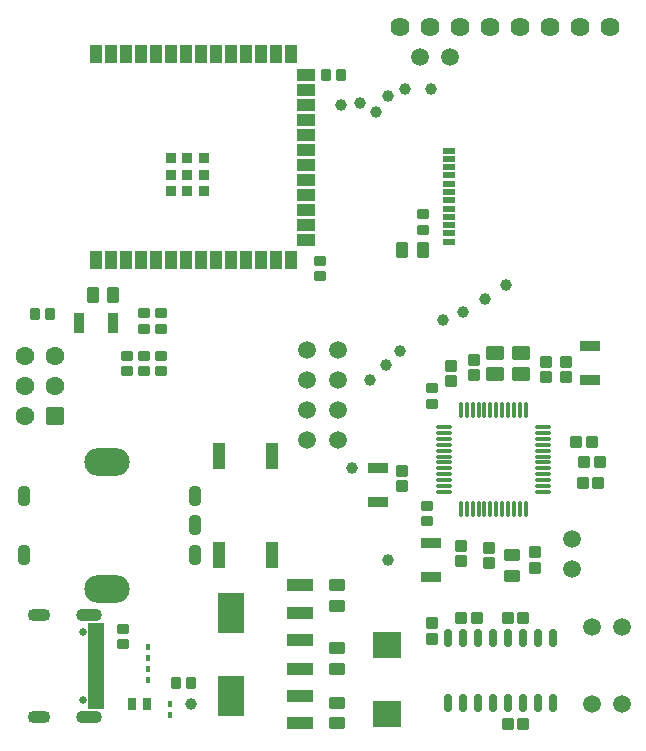
<source format=gbr>
%TF.GenerationSoftware,Altium Limited,Altium Designer,20.1.8 (145)*%
G04 Layer_Color=8388736*
%FSLAX45Y45*%
%MOMM*%
%TF.SameCoordinates,75FC8B90-4BF3-40FB-8E76-FB7BBE10E466*%
%TF.FilePolarity,Negative*%
%TF.FileFunction,Soldermask,Top*%
%TF.Part,Single*%
G01*
G75*
%TA.AperFunction,SMDPad,CuDef*%
%ADD15C,1.00000*%
%TA.AperFunction,BGAPad,CuDef*%
%ADD23R,0.90000X0.90000*%
%TA.AperFunction,ComponentPad*%
%ADD41C,0.65000*%
%ADD44C,1.50000*%
%ADD53O,2.20002X1.10002*%
%ADD54O,1.90002X1.10002*%
G04:AMPARAMS|DCode=55|XSize=1.6mm|YSize=1.55mm|CornerRadius=0.23125mm|HoleSize=0mm|Usage=FLASHONLY|Rotation=90.000|XOffset=0mm|YOffset=0mm|HoleType=Round|Shape=RoundedRectangle|*
%AMROUNDEDRECTD55*
21,1,1.60000,1.08750,0,0,90.0*
21,1,1.13750,1.55000,0,0,90.0*
1,1,0.46250,0.54375,0.56875*
1,1,0.46250,0.54375,-0.56875*
1,1,0.46250,-0.54375,-0.56875*
1,1,0.46250,-0.54375,0.56875*
%
%ADD55ROUNDEDRECTD55*%
%ADD56O,1.55000X1.60000*%
G04:AMPARAMS|DCode=57|XSize=2.35mm|YSize=3.85mm|CornerRadius=1.175mm|HoleSize=0mm|Usage=FLASHONLY|Rotation=90.000|XOffset=0mm|YOffset=0mm|HoleType=Round|Shape=RoundedRectangle|*
%AMROUNDEDRECTD57*
21,1,2.35000,1.50000,0,0,90.0*
21,1,0.00000,3.85000,0,0,90.0*
1,1,2.35000,0.75000,0.00000*
1,1,2.35000,0.75000,0.00000*
1,1,2.35000,-0.75000,0.00000*
1,1,2.35000,-0.75000,0.00000*
%
%ADD57ROUNDEDRECTD57*%
%ADD58O,3.85000X2.35000*%
%ADD59O,1.10000X1.80000*%
%ADD60C,1.62400*%
%TA.AperFunction,SMDPad,CuDef*%
G04:AMPARAMS|DCode=70|XSize=1.2mm|YSize=1.5mm|CornerRadius=0.105mm|HoleSize=0mm|Usage=FLASHONLY|Rotation=270.000|XOffset=0mm|YOffset=0mm|HoleType=Round|Shape=RoundedRectangle|*
%AMROUNDEDRECTD70*
21,1,1.20000,1.29000,0,0,270.0*
21,1,0.99000,1.50000,0,0,270.0*
1,1,0.21000,-0.64500,-0.49500*
1,1,0.21000,-0.64500,0.49500*
1,1,0.21000,0.64500,0.49500*
1,1,0.21000,0.64500,-0.49500*
%
%ADD70ROUNDEDRECTD70*%
G04:AMPARAMS|DCode=71|XSize=0.948mm|YSize=0.948mm|CornerRadius=0.0924mm|HoleSize=0mm|Usage=FLASHONLY|Rotation=0.000|XOffset=0mm|YOffset=0mm|HoleType=Round|Shape=RoundedRectangle|*
%AMROUNDEDRECTD71*
21,1,0.94800,0.76320,0,0,0.0*
21,1,0.76320,0.94800,0,0,0.0*
1,1,0.18480,0.38160,-0.38160*
1,1,0.18480,-0.38160,-0.38160*
1,1,0.18480,-0.38160,0.38160*
1,1,0.18480,0.38160,0.38160*
%
%ADD71ROUNDEDRECTD71*%
G04:AMPARAMS|DCode=72|XSize=0.948mm|YSize=0.948mm|CornerRadius=0.0924mm|HoleSize=0mm|Usage=FLASHONLY|Rotation=270.000|XOffset=0mm|YOffset=0mm|HoleType=Round|Shape=RoundedRectangle|*
%AMROUNDEDRECTD72*
21,1,0.94800,0.76320,0,0,270.0*
21,1,0.76320,0.94800,0,0,270.0*
1,1,0.18480,-0.38160,-0.38160*
1,1,0.18480,-0.38160,0.38160*
1,1,0.18480,0.38160,0.38160*
1,1,0.18480,0.38160,-0.38160*
%
%ADD72ROUNDEDRECTD72*%
%TA.AperFunction,ConnectorPad*%
%ADD73R,1.42500X0.82000*%
%ADD74R,1.42500X0.52000*%
%TA.AperFunction,SMDPad,CuDef*%
G04:AMPARAMS|DCode=75|XSize=2.2mm|YSize=1.1mm|CornerRadius=0.1mm|HoleSize=0mm|Usage=FLASHONLY|Rotation=270.000|XOffset=0mm|YOffset=0mm|HoleType=Round|Shape=RoundedRectangle|*
%AMROUNDEDRECTD75*
21,1,2.20000,0.90000,0,0,270.0*
21,1,2.00000,1.10000,0,0,270.0*
1,1,0.20000,-0.45000,-1.00000*
1,1,0.20000,-0.45000,1.00000*
1,1,0.20000,0.45000,1.00000*
1,1,0.20000,0.45000,-1.00000*
%
%ADD75ROUNDEDRECTD75*%
G04:AMPARAMS|DCode=76|XSize=0.95mm|YSize=0.9mm|CornerRadius=0.09mm|HoleSize=0mm|Usage=FLASHONLY|Rotation=180.000|XOffset=0mm|YOffset=0mm|HoleType=Round|Shape=RoundedRectangle|*
%AMROUNDEDRECTD76*
21,1,0.95000,0.72000,0,0,180.0*
21,1,0.77000,0.90000,0,0,180.0*
1,1,0.18000,-0.38500,0.36000*
1,1,0.18000,0.38500,0.36000*
1,1,0.18000,0.38500,-0.36000*
1,1,0.18000,-0.38500,-0.36000*
%
%ADD76ROUNDEDRECTD76*%
G04:AMPARAMS|DCode=77|XSize=0.95mm|YSize=0.9mm|CornerRadius=0.098mm|HoleSize=0mm|Usage=FLASHONLY|Rotation=180.000|XOffset=0mm|YOffset=0mm|HoleType=Round|Shape=RoundedRectangle|*
%AMROUNDEDRECTD77*
21,1,0.95000,0.70400,0,0,180.0*
21,1,0.75400,0.90000,0,0,180.0*
1,1,0.19600,-0.37700,0.35200*
1,1,0.19600,0.37700,0.35200*
1,1,0.19600,0.37700,-0.35200*
1,1,0.19600,-0.37700,-0.35200*
%
%ADD77ROUNDEDRECTD77*%
%ADD78O,0.35000X1.50000*%
%ADD79O,1.50000X0.35000*%
G04:AMPARAMS|DCode=80|XSize=1.75mm|YSize=0.9mm|CornerRadius=0.09mm|HoleSize=0mm|Usage=FLASHONLY|Rotation=0.000|XOffset=0mm|YOffset=0mm|HoleType=Round|Shape=RoundedRectangle|*
%AMROUNDEDRECTD80*
21,1,1.75000,0.72000,0,0,0.0*
21,1,1.57000,0.90000,0,0,0.0*
1,1,0.18000,0.78500,-0.36000*
1,1,0.18000,-0.78500,-0.36000*
1,1,0.18000,-0.78500,0.36000*
1,1,0.18000,0.78500,0.36000*
%
%ADD80ROUNDEDRECTD80*%
%TA.AperFunction,ConnectorPad*%
%ADD81R,1.10000X0.55000*%
%ADD82R,1.60000X1.00000*%
%ADD83R,1.00000X1.60000*%
%TA.AperFunction,SMDPad,CuDef*%
%ADD84R,0.70000X1.10000*%
%ADD85O,0.70000X1.55000*%
%ADD86R,2.25000X3.35000*%
%ADD87R,2.25000X1.10000*%
G04:AMPARAMS|DCode=88|XSize=0.4mm|YSize=0.5mm|CornerRadius=0.0515mm|HoleSize=0mm|Usage=FLASHONLY|Rotation=0.000|XOffset=0mm|YOffset=0mm|HoleType=Round|Shape=RoundedRectangle|*
%AMROUNDEDRECTD88*
21,1,0.40000,0.39700,0,0,0.0*
21,1,0.29700,0.50000,0,0,0.0*
1,1,0.10300,0.14850,-0.19850*
1,1,0.10300,-0.14850,-0.19850*
1,1,0.10300,-0.14850,0.19850*
1,1,0.10300,0.14850,0.19850*
%
%ADD88ROUNDEDRECTD88*%
G04:AMPARAMS|DCode=89|XSize=0.95mm|YSize=0.9mm|CornerRadius=0.098mm|HoleSize=0mm|Usage=FLASHONLY|Rotation=270.000|XOffset=0mm|YOffset=0mm|HoleType=Round|Shape=RoundedRectangle|*
%AMROUNDEDRECTD89*
21,1,0.95000,0.70400,0,0,270.0*
21,1,0.75400,0.90000,0,0,270.0*
1,1,0.19600,-0.35200,-0.37700*
1,1,0.19600,-0.35200,0.37700*
1,1,0.19600,0.35200,0.37700*
1,1,0.19600,0.35200,-0.37700*
%
%ADD89ROUNDEDRECTD89*%
G04:AMPARAMS|DCode=90|XSize=2.45mm|YSize=2.2mm|CornerRadius=0.0605mm|HoleSize=0mm|Usage=FLASHONLY|Rotation=0.000|XOffset=0mm|YOffset=0mm|HoleType=Round|Shape=RoundedRectangle|*
%AMROUNDEDRECTD90*
21,1,2.45000,2.07900,0,0,0.0*
21,1,2.32900,2.20000,0,0,0.0*
1,1,0.12100,1.16450,-1.03950*
1,1,0.12100,-1.16450,-1.03950*
1,1,0.12100,-1.16450,1.03950*
1,1,0.12100,1.16450,1.03950*
%
%ADD90ROUNDEDRECTD90*%
G04:AMPARAMS|DCode=91|XSize=1.75mm|YSize=0.9mm|CornerRadius=0.09mm|HoleSize=0mm|Usage=FLASHONLY|Rotation=90.000|XOffset=0mm|YOffset=0mm|HoleType=Round|Shape=RoundedRectangle|*
%AMROUNDEDRECTD91*
21,1,1.75000,0.72000,0,0,90.0*
21,1,1.57000,0.90000,0,0,90.0*
1,1,0.18000,0.36000,0.78500*
1,1,0.18000,0.36000,-0.78500*
1,1,0.18000,-0.36000,-0.78500*
1,1,0.18000,-0.36000,0.78500*
%
%ADD91ROUNDEDRECTD91*%
G04:AMPARAMS|DCode=92|XSize=1.375mm|YSize=1mm|CornerRadius=0.095mm|HoleSize=0mm|Usage=FLASHONLY|Rotation=0.000|XOffset=0mm|YOffset=0mm|HoleType=Round|Shape=RoundedRectangle|*
%AMROUNDEDRECTD92*
21,1,1.37500,0.81000,0,0,0.0*
21,1,1.18500,1.00000,0,0,0.0*
1,1,0.19000,0.59250,-0.40500*
1,1,0.19000,-0.59250,-0.40500*
1,1,0.19000,-0.59250,0.40500*
1,1,0.19000,0.59250,0.40500*
%
%ADD92ROUNDEDRECTD92*%
G04:AMPARAMS|DCode=93|XSize=1.375mm|YSize=1mm|CornerRadius=0.095mm|HoleSize=0mm|Usage=FLASHONLY|Rotation=90.000|XOffset=0mm|YOffset=0mm|HoleType=Round|Shape=RoundedRectangle|*
%AMROUNDEDRECTD93*
21,1,1.37500,0.81000,0,0,90.0*
21,1,1.18500,1.00000,0,0,90.0*
1,1,0.19000,0.40500,0.59250*
1,1,0.19000,0.40500,-0.59250*
1,1,0.19000,-0.40500,-0.59250*
1,1,0.19000,-0.40500,0.59250*
%
%ADD93ROUNDEDRECTD93*%
D15*
X4223165Y3981836D02*
D03*
X3682581Y3686661D02*
D03*
X4037477Y3865023D02*
D03*
X3070860Y3179260D02*
D03*
X3200400Y3305561D02*
D03*
X3322320Y3422539D02*
D03*
X3858539Y3750447D02*
D03*
X2822500Y5509220D02*
D03*
X2981309Y5522710D02*
D03*
X3117380Y5442606D02*
D03*
X3220951Y5582616D02*
D03*
X3362471Y5643400D02*
D03*
X3583139Y5638466D02*
D03*
X3221498Y1651420D02*
D03*
X1555066Y436293D02*
D03*
X2913840Y2428700D02*
D03*
D23*
X1382280Y4774720D02*
D03*
Y4914720D02*
D03*
Y5054720D02*
D03*
X1522280Y4914720D02*
D03*
Y4774720D02*
D03*
Y5054720D02*
D03*
X1662280Y4774720D02*
D03*
Y4914720D02*
D03*
Y5054720D02*
D03*
D41*
X636009Y1046274D02*
D03*
Y467281D02*
D03*
D44*
X2538094Y3433784D02*
D03*
Y3179784D02*
D03*
X2794000Y3433784D02*
D03*
Y3179784D02*
D03*
Y2671784D02*
D03*
Y2925784D02*
D03*
X2538094Y2671784D02*
D03*
X4945380Y436880D02*
D03*
X5199380D02*
D03*
X4945382Y1084580D02*
D03*
X5199382D02*
D03*
X3746500Y5913500D02*
D03*
X3492500D02*
D03*
X4780309Y1576652D02*
D03*
Y1830652D02*
D03*
X2538094Y2925784D02*
D03*
D53*
X686001Y1188286D02*
D03*
Y324279D02*
D03*
D54*
X267993Y1188286D02*
D03*
Y324279D02*
D03*
D55*
X397000Y2876000D02*
D03*
D56*
Y3130000D02*
D03*
Y3384000D02*
D03*
X143000D02*
D03*
Y3130000D02*
D03*
Y2876000D02*
D03*
D57*
X838200Y1410680D02*
D03*
D58*
Y2485680D02*
D03*
D59*
X138200Y2198180D02*
D03*
Y1698180D02*
D03*
X1588200Y1948180D02*
D03*
Y2198180D02*
D03*
Y1698180D02*
D03*
D60*
X5103001Y6162500D02*
D03*
X4849001D02*
D03*
X4595001D02*
D03*
X4341001D02*
D03*
X4087001D02*
D03*
X3833001D02*
D03*
X3579001D02*
D03*
X3325001D02*
D03*
D70*
X4122560Y3226559D02*
D03*
Y3406559D02*
D03*
X4342560Y3226559D02*
D03*
Y3406559D02*
D03*
D71*
X4553801Y3333379D02*
D03*
Y3203379D02*
D03*
X4723981Y3333379D02*
D03*
Y3203379D02*
D03*
X3944201Y3346080D02*
D03*
Y3216080D02*
D03*
X4463001Y1589080D02*
D03*
Y1719080D02*
D03*
X4074881Y1624160D02*
D03*
Y1754161D02*
D03*
X3836781Y1641300D02*
D03*
Y1771300D02*
D03*
X3751161Y3295280D02*
D03*
Y3165280D02*
D03*
X3339005Y2276080D02*
D03*
Y2406081D02*
D03*
X3590020Y1117944D02*
D03*
Y987943D02*
D03*
D72*
X5013241Y2478700D02*
D03*
X4883241D02*
D03*
X4945781Y2653780D02*
D03*
X4815781D02*
D03*
X4998641Y2305210D02*
D03*
X4868641D02*
D03*
X3840420Y1164222D02*
D03*
X3970420D02*
D03*
X4364420D02*
D03*
X4234420D02*
D03*
X4364420Y266921D02*
D03*
X4234420D02*
D03*
D73*
X751502Y436293D02*
D03*
Y516278D02*
D03*
Y996287D02*
D03*
Y1076272D02*
D03*
D74*
Y581276D02*
D03*
Y631289D02*
D03*
Y681276D02*
D03*
Y731289D02*
D03*
Y781276D02*
D03*
Y831289D02*
D03*
Y881276D02*
D03*
Y931288D02*
D03*
D75*
X2236680Y2533280D02*
D03*
Y1693280D02*
D03*
X1786680Y2533280D02*
D03*
Y1693280D02*
D03*
D76*
X1296930Y3612220D02*
D03*
Y3742221D02*
D03*
X1150980Y3612220D02*
D03*
Y3742221D02*
D03*
D77*
X1296930Y3250021D02*
D03*
Y3380021D02*
D03*
X1007280D02*
D03*
Y3250021D02*
D03*
X1150980D02*
D03*
Y3380021D02*
D03*
X3588601Y3107665D02*
D03*
Y2977665D02*
D03*
X2645145Y4057457D02*
D03*
Y4187457D02*
D03*
X977900Y1070180D02*
D03*
Y940180D02*
D03*
X3547961Y1979340D02*
D03*
Y2109340D02*
D03*
X3520658Y4448460D02*
D03*
Y4578460D02*
D03*
D78*
X4386781Y2083700D02*
D03*
X4336781D02*
D03*
X4286781D02*
D03*
X4236781D02*
D03*
X4186781D02*
D03*
X4136781D02*
D03*
X4086781D02*
D03*
X4036781D02*
D03*
X3986781D02*
D03*
X3936781D02*
D03*
X3886781D02*
D03*
X3836781D02*
D03*
Y2923700D02*
D03*
X3886781D02*
D03*
X3936781D02*
D03*
X3986781D02*
D03*
X4036781D02*
D03*
X4086781D02*
D03*
X4136781D02*
D03*
X4186781D02*
D03*
X4236781D02*
D03*
X4286781D02*
D03*
X4336781D02*
D03*
X4386781D02*
D03*
D79*
X3691781Y2228700D02*
D03*
Y2278700D02*
D03*
Y2328700D02*
D03*
Y2378700D02*
D03*
Y2428700D02*
D03*
Y2478700D02*
D03*
Y2528700D02*
D03*
Y2578700D02*
D03*
Y2628700D02*
D03*
Y2678700D02*
D03*
Y2728700D02*
D03*
Y2778700D02*
D03*
X4531781D02*
D03*
Y2728700D02*
D03*
Y2678700D02*
D03*
Y2628700D02*
D03*
Y2578700D02*
D03*
Y2528700D02*
D03*
Y2478700D02*
D03*
Y2428700D02*
D03*
Y2378700D02*
D03*
Y2328700D02*
D03*
Y2278700D02*
D03*
Y2228700D02*
D03*
D80*
X4932261Y3180759D02*
D03*
Y3465759D02*
D03*
X3583521Y1793920D02*
D03*
Y1508920D02*
D03*
X3139743Y2428700D02*
D03*
Y2143700D02*
D03*
D81*
X3733800Y4348460D02*
D03*
Y4418460D02*
D03*
Y4488460D02*
D03*
Y4558460D02*
D03*
Y4628460D02*
D03*
Y4698460D02*
D03*
Y4768460D02*
D03*
Y4838460D02*
D03*
Y4908460D02*
D03*
Y4978460D02*
D03*
Y5048460D02*
D03*
Y5118460D02*
D03*
D82*
X2526280Y5763220D02*
D03*
Y5636220D02*
D03*
Y5509220D02*
D03*
Y5382220D02*
D03*
Y5255220D02*
D03*
Y5128220D02*
D03*
Y5001220D02*
D03*
Y4874220D02*
D03*
Y4747220D02*
D03*
Y4620220D02*
D03*
Y4493220D02*
D03*
Y4366220D02*
D03*
D83*
X750280Y5939720D02*
D03*
X877280D02*
D03*
X1004280D02*
D03*
X1131280D02*
D03*
X1258280D02*
D03*
X1385280D02*
D03*
X1512280D02*
D03*
X1639280D02*
D03*
X1766280D02*
D03*
X1893280D02*
D03*
X2020280D02*
D03*
X2147280D02*
D03*
X2274280D02*
D03*
X2401280D02*
D03*
Y4189720D02*
D03*
X2274280D02*
D03*
X2147280D02*
D03*
X2020280D02*
D03*
X1893280D02*
D03*
X1766280D02*
D03*
X1639280D02*
D03*
X1512280D02*
D03*
X1385280D02*
D03*
X1258280D02*
D03*
X1131280D02*
D03*
X1004280D02*
D03*
X877280D02*
D03*
X750280D02*
D03*
D84*
X1183020Y436293D02*
D03*
X1049020D02*
D03*
D85*
X4615420Y989582D02*
D03*
X4488420D02*
D03*
X4361420D02*
D03*
X4234420D02*
D03*
X4107420D02*
D03*
X3980420D02*
D03*
X3853420D02*
D03*
X3726420D02*
D03*
X4615420Y444582D02*
D03*
X4488420D02*
D03*
X4361420D02*
D03*
X4234420D02*
D03*
X4107420D02*
D03*
X3980420D02*
D03*
X3853420D02*
D03*
X3726420D02*
D03*
D86*
X1894121Y501200D02*
D03*
Y1208100D02*
D03*
D87*
X2479121Y731200D02*
D03*
Y501200D02*
D03*
Y271200D02*
D03*
Y1438100D02*
D03*
Y1208100D02*
D03*
Y978100D02*
D03*
D88*
X1191260Y636289D02*
D03*
Y731289D02*
D03*
Y917240D02*
D03*
Y822240D02*
D03*
X1371600Y341293D02*
D03*
Y436293D02*
D03*
D89*
X1552400Y614296D02*
D03*
X1422400D02*
D03*
X2696370Y5763220D02*
D03*
X2826370D02*
D03*
X360000Y3739200D02*
D03*
X230000D02*
D03*
D90*
X3213100Y347980D02*
D03*
Y932980D02*
D03*
D91*
X889980Y3662520D02*
D03*
X604980D02*
D03*
D92*
X2788002Y731201D02*
D03*
Y906441D02*
D03*
X2788001Y1438100D02*
D03*
Y1262860D02*
D03*
X4267261Y1693920D02*
D03*
Y1518680D02*
D03*
X2788001Y271200D02*
D03*
Y446440D02*
D03*
D93*
X895060Y3896480D02*
D03*
X719820D02*
D03*
X3339180Y4280000D02*
D03*
X3514420D02*
D03*
%TF.MD5,f7bf4042738e64b4a4ff2fb4b02015b1*%
M02*

</source>
